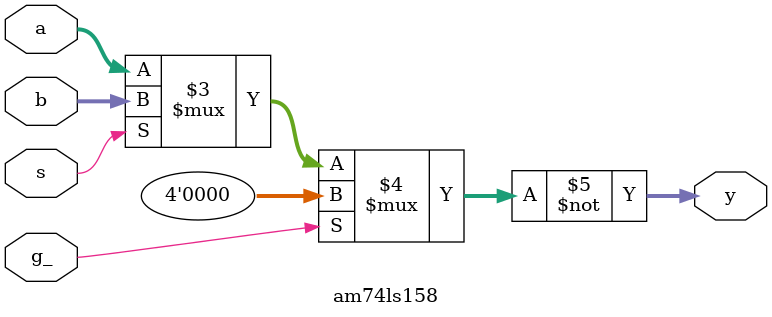
<source format=v>


`timescale 1ns / 100ps

module am74ls158(a, b, g_, s, y);
parameter WIDTH=4;
input [WIDTH-1:0] a, b;
input g_;
input s;

output [WIDTH-1:0] y;

assign y = ~((g_==1'b1) ? {WIDTH{1'b0}} : ((s==1'b0) ? a : b));

endmodule

</source>
